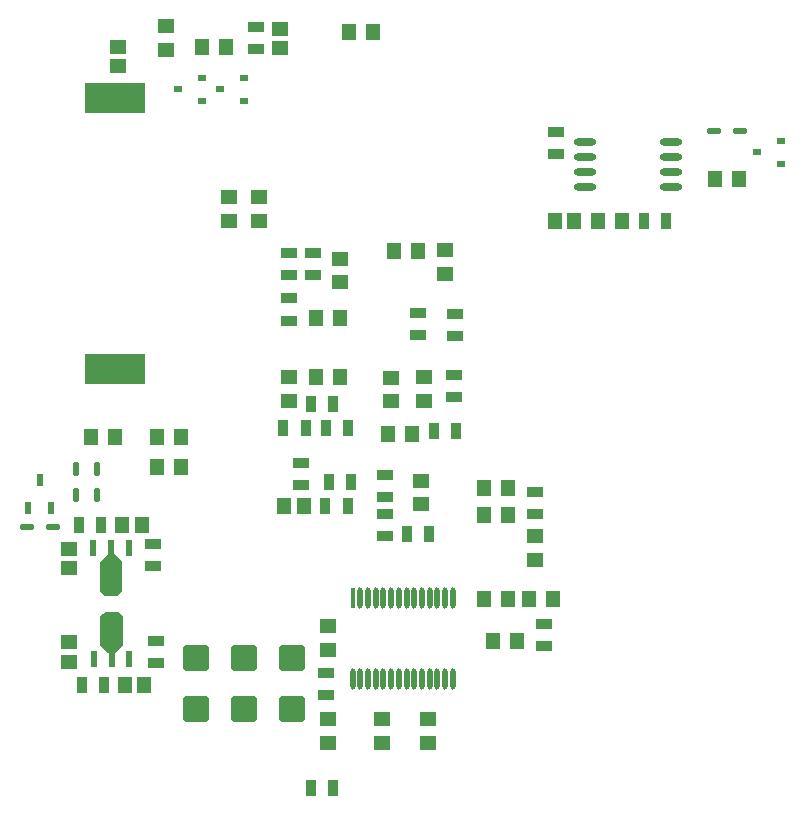
<source format=gbp>
G04*
G04 #@! TF.GenerationSoftware,Altium Limited,Altium Designer,25.4.2 (15)*
G04*
G04 Layer_Color=128*
%FSLAX25Y25*%
%MOIN*%
G70*
G04*
G04 #@! TF.SameCoordinates,4685016B-83D2-4E7D-AD2A-A819038C0A47*
G04*
G04*
G04 #@! TF.FilePolarity,Positive*
G04*
G01*
G75*
%ADD21R,0.05709X0.04724*%
%ADD25R,0.04724X0.05709*%
%ADD31R,0.05512X0.03740*%
%ADD32R,0.03740X0.05512*%
%ADD33R,0.04747X0.05544*%
%ADD34R,0.05544X0.04747*%
%ADD41R,0.03622X0.05433*%
G04:AMPARAMS|DCode=123|XSize=70.15mil|YSize=17.91mil|CornerRadius=8.96mil|HoleSize=0mil|Usage=FLASHONLY|Rotation=270.000|XOffset=0mil|YOffset=0mil|HoleType=Round|Shape=RoundedRectangle|*
%AMROUNDEDRECTD123*
21,1,0.07015,0.00000,0,0,270.0*
21,1,0.05224,0.01791,0,0,270.0*
1,1,0.01791,0.00000,-0.02612*
1,1,0.01791,0.00000,0.02612*
1,1,0.01791,0.00000,0.02612*
1,1,0.01791,0.00000,-0.02612*
%
%ADD123ROUNDEDRECTD123*%
%ADD124R,0.01791X0.07015*%
%ADD125R,0.03150X0.02362*%
%ADD126R,0.02362X0.03937*%
%ADD128R,0.20079X0.09843*%
%ADD129O,0.07480X0.02559*%
G04:AMPARAMS|DCode=130|XSize=47.64mil|YSize=19.68mil|CornerRadius=2.46mil|HoleSize=0mil|Usage=FLASHONLY|Rotation=270.000|XOffset=0mil|YOffset=0mil|HoleType=Round|Shape=RoundedRectangle|*
%AMROUNDEDRECTD130*
21,1,0.04764,0.01476,0,0,270.0*
21,1,0.04272,0.01968,0,0,270.0*
1,1,0.00492,-0.00738,-0.02136*
1,1,0.00492,-0.00738,0.02136*
1,1,0.00492,0.00738,0.02136*
1,1,0.00492,0.00738,-0.02136*
%
%ADD130ROUNDEDRECTD130*%
G04:AMPARAMS|DCode=131|XSize=47.64mil|YSize=19.68mil|CornerRadius=2.46mil|HoleSize=0mil|Usage=FLASHONLY|Rotation=0.000|XOffset=0mil|YOffset=0mil|HoleType=Round|Shape=RoundedRectangle|*
%AMROUNDEDRECTD131*
21,1,0.04764,0.01476,0,0,0.0*
21,1,0.04272,0.01968,0,0,0.0*
1,1,0.00492,0.02136,-0.00738*
1,1,0.00492,-0.02136,-0.00738*
1,1,0.00492,-0.02136,0.00738*
1,1,0.00492,0.02136,0.00738*
%
%ADD131ROUNDEDRECTD131*%
%ADD132R,0.05433X0.03622*%
%ADD133R,0.02362X0.05512*%
%ADD134R,0.02362X0.04724*%
G04:AMPARAMS|DCode=135|XSize=88.58mil|YSize=83.86mil|CornerRadius=6.29mil|HoleSize=0mil|Usage=FLASHONLY|Rotation=270.000|XOffset=0mil|YOffset=0mil|HoleType=Round|Shape=RoundedRectangle|*
%AMROUNDEDRECTD135*
21,1,0.08858,0.07128,0,0,270.0*
21,1,0.07600,0.08386,0,0,270.0*
1,1,0.01258,-0.03564,-0.03800*
1,1,0.01258,-0.03564,0.03800*
1,1,0.01258,0.03564,0.03800*
1,1,0.01258,0.03564,-0.03800*
%
%ADD135ROUNDEDRECTD135*%
G36*
X40740Y67331D02*
Y57559D01*
X38181Y55000D01*
X35819D01*
X33260Y57559D01*
Y67331D01*
X35000Y68831D01*
X39000D01*
X40740Y67331D01*
D02*
G37*
G36*
X40559Y85441D02*
Y75669D01*
X38819Y74169D01*
X34819D01*
X33079Y75669D01*
Y85441D01*
X35638Y88000D01*
X38000D01*
X40559Y85441D01*
D02*
G37*
D21*
X86000Y199063D02*
D03*
Y206937D02*
D03*
X55000Y256063D02*
D03*
Y263937D02*
D03*
X96000Y139063D02*
D03*
Y146937D02*
D03*
X141000D02*
D03*
Y139063D02*
D03*
X178000Y86063D02*
D03*
Y93937D02*
D03*
X140000Y104705D02*
D03*
Y112579D02*
D03*
X76000Y206937D02*
D03*
Y199063D02*
D03*
X127000Y25063D02*
D03*
Y32937D02*
D03*
X142500Y25063D02*
D03*
Y32937D02*
D03*
X109000D02*
D03*
Y25063D02*
D03*
Y56063D02*
D03*
Y63937D02*
D03*
X113000Y178705D02*
D03*
Y186579D02*
D03*
X148000Y189437D02*
D03*
Y181563D02*
D03*
X130000Y146874D02*
D03*
Y139000D02*
D03*
D25*
X116063Y262000D02*
D03*
X123937D02*
D03*
X74937Y257000D02*
D03*
X67063D02*
D03*
X30063Y127000D02*
D03*
X37937D02*
D03*
X206937Y199000D02*
D03*
X199063D02*
D03*
X112937Y166642D02*
D03*
X105063D02*
D03*
X136937Y128000D02*
D03*
X129063D02*
D03*
X131063Y189000D02*
D03*
X138937D02*
D03*
X112937Y147000D02*
D03*
X105063D02*
D03*
X59937Y117000D02*
D03*
X52063D02*
D03*
X238126Y213000D02*
D03*
X246000D02*
D03*
X52063Y127000D02*
D03*
X59937D02*
D03*
X168937Y101000D02*
D03*
X161063D02*
D03*
Y110000D02*
D03*
X168937D02*
D03*
X183937Y73000D02*
D03*
X176063D02*
D03*
X161063D02*
D03*
X168937D02*
D03*
X164063Y59000D02*
D03*
X171937D02*
D03*
D31*
X85000Y263642D02*
D03*
Y256358D02*
D03*
X108500Y48500D02*
D03*
Y41216D02*
D03*
X51665Y51827D02*
D03*
Y59110D02*
D03*
X50819Y84028D02*
D03*
Y91311D02*
D03*
X185000Y221358D02*
D03*
Y228642D02*
D03*
X96000Y188284D02*
D03*
Y181000D02*
D03*
X104000Y188284D02*
D03*
Y181000D02*
D03*
X151000Y140358D02*
D03*
Y147642D02*
D03*
X128000Y94000D02*
D03*
Y101284D02*
D03*
Y107000D02*
D03*
Y114284D02*
D03*
X100000Y111000D02*
D03*
Y118283D02*
D03*
X178000Y108642D02*
D03*
Y101358D02*
D03*
X181000Y64642D02*
D03*
Y57358D02*
D03*
X151500Y160858D02*
D03*
Y168142D02*
D03*
D32*
X103358Y10000D02*
D03*
X110642D02*
D03*
X27024Y44469D02*
D03*
X34307D02*
D03*
X26177Y97669D02*
D03*
X33461D02*
D03*
X144358Y129000D02*
D03*
X151642D02*
D03*
X115642Y130000D02*
D03*
X108358D02*
D03*
X110642Y138000D02*
D03*
X103358D02*
D03*
X142642Y94642D02*
D03*
X135358D02*
D03*
X116642Y112000D02*
D03*
X109358D02*
D03*
X221642Y199000D02*
D03*
X214358D02*
D03*
D33*
X41412Y44469D02*
D03*
X47918D02*
D03*
X47072Y97669D02*
D03*
X40566D02*
D03*
X101000Y104000D02*
D03*
X94494D02*
D03*
X191253Y199000D02*
D03*
X184747D02*
D03*
D34*
X93000Y263253D02*
D03*
Y256747D02*
D03*
X39000Y257253D02*
D03*
Y250747D02*
D03*
X22665Y58721D02*
D03*
Y52216D02*
D03*
X22819Y83416D02*
D03*
Y89922D02*
D03*
D41*
X94240Y130000D02*
D03*
X101760D02*
D03*
X108240Y104000D02*
D03*
X115760D02*
D03*
D123*
X117366Y46559D02*
D03*
X119925D02*
D03*
X122484D02*
D03*
X125043D02*
D03*
X127602D02*
D03*
X130161D02*
D03*
X132720D02*
D03*
X135280D02*
D03*
X137839D02*
D03*
X140398D02*
D03*
X142957D02*
D03*
X145516D02*
D03*
X148075D02*
D03*
X150634D02*
D03*
Y73441D02*
D03*
X148075D02*
D03*
X145516D02*
D03*
X142957D02*
D03*
X140398D02*
D03*
X137839D02*
D03*
X135280D02*
D03*
X132720D02*
D03*
X130161D02*
D03*
X127602D02*
D03*
X125043D02*
D03*
X122484D02*
D03*
X119925D02*
D03*
D124*
X117366D02*
D03*
D125*
X59024Y243000D02*
D03*
X66976Y246740D02*
D03*
Y239260D02*
D03*
X73024Y243000D02*
D03*
X80976Y246740D02*
D03*
Y239260D02*
D03*
X252024Y222000D02*
D03*
X259976Y225740D02*
D03*
Y218260D02*
D03*
D126*
X13000Y112724D02*
D03*
X9260Y103276D02*
D03*
X16740D02*
D03*
D128*
X38000Y149921D02*
D03*
Y240079D02*
D03*
D129*
X194630Y210500D02*
D03*
Y215500D02*
D03*
Y220500D02*
D03*
Y225500D02*
D03*
X223370Y210500D02*
D03*
Y215500D02*
D03*
Y220500D02*
D03*
Y225500D02*
D03*
D130*
X25000Y116350D02*
D03*
Y107650D02*
D03*
X32000D02*
D03*
Y116350D02*
D03*
D131*
X8650Y97000D02*
D03*
X17350D02*
D03*
X237650Y229000D02*
D03*
X246350D02*
D03*
D132*
X96000Y173402D02*
D03*
Y165882D02*
D03*
X139000Y161000D02*
D03*
Y168520D02*
D03*
D133*
X30913Y89969D02*
D03*
X42724D02*
D03*
X31095Y53031D02*
D03*
X42906D02*
D03*
D134*
X36819Y90362D02*
D03*
X37000Y52638D02*
D03*
D135*
X65000Y36437D02*
D03*
Y53563D02*
D03*
X97000Y36437D02*
D03*
Y53563D02*
D03*
X81000Y36437D02*
D03*
Y53563D02*
D03*
M02*

</source>
